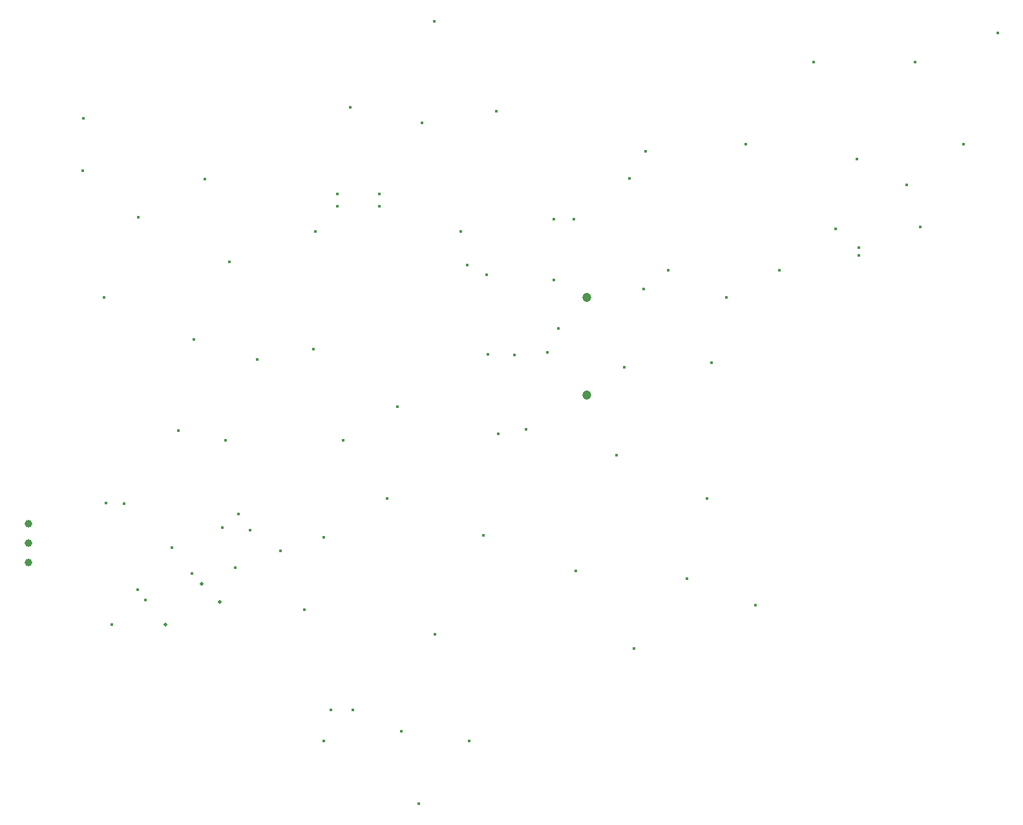
<source format=gbr>
%TF.GenerationSoftware,KiCad,Pcbnew,7.0.9*%
%TF.CreationDate,2024-02-03T11:30:07-06:00*%
%TF.ProjectId,bsidesPR,62736964-6573-4505-922e-6b696361645f,rev?*%
%TF.SameCoordinates,Original*%
%TF.FileFunction,Plated,1,2,PTH,Drill*%
%TF.FilePolarity,Positive*%
%FSLAX46Y46*%
G04 Gerber Fmt 4.6, Leading zero omitted, Abs format (unit mm)*
G04 Created by KiCad (PCBNEW 7.0.9) date 2024-02-03 11:30:07*
%MOMM*%
%LPD*%
G01*
G04 APERTURE LIST*
%TA.AperFunction,ViaDrill*%
%ADD10C,0.400000*%
%TD*%
%TA.AperFunction,ViaDrill*%
%ADD11C,0.500000*%
%TD*%
%TA.AperFunction,ComponentDrill*%
%ADD12C,1.000000*%
%TD*%
%TA.AperFunction,ComponentDrill*%
%ADD13C,1.200000*%
%TD*%
G04 APERTURE END LIST*
D10*
X90084572Y-69825101D03*
X90135372Y-62941701D03*
X92853172Y-86360501D03*
X93107172Y-113309901D03*
X93919972Y-129235701D03*
X95469372Y-113379901D03*
X97298172Y-124646421D03*
X97399772Y-75921101D03*
X98339572Y-126009901D03*
X101768572Y-119126501D03*
X102632172Y-103784901D03*
X104410172Y-122530101D03*
X104685000Y-91867729D03*
X106086572Y-70866501D03*
X108347172Y-116484901D03*
X108804372Y-105105701D03*
X109286972Y-81712301D03*
X110113072Y-121789901D03*
X110506172Y-114706901D03*
X112004772Y-116865901D03*
X112944572Y-94539301D03*
X116017972Y-119558301D03*
X119142172Y-127279901D03*
X120285172Y-93116901D03*
X120569144Y-77719929D03*
X121682172Y-117754901D03*
X121682172Y-144424901D03*
X122582172Y-140360901D03*
X123460172Y-72796901D03*
X123460172Y-74447901D03*
X124222172Y-105054901D03*
X125141144Y-61489329D03*
X125472172Y-140360901D03*
X128921172Y-72796901D03*
X128921172Y-74447901D03*
X129937172Y-112674901D03*
X131313344Y-100706929D03*
X131842172Y-143154901D03*
X134155073Y-152700729D03*
X134513744Y-63546729D03*
X136181000Y-50211729D03*
X136266344Y-130454901D03*
X139619144Y-77770729D03*
X140452772Y-82118701D03*
X140732172Y-144424901D03*
X142616344Y-117527802D03*
X143018172Y-83439501D03*
X143200544Y-93874329D03*
X144318144Y-62022729D03*
X144516772Y-104216701D03*
X146675772Y-93955101D03*
X148174372Y-103632501D03*
X150942972Y-93599501D03*
X151781172Y-76098901D03*
X151785744Y-84095329D03*
X152416172Y-90449901D03*
X154448172Y-76098901D03*
X154702172Y-122199901D03*
X160061572Y-107067574D03*
X161052172Y-95529901D03*
X161687172Y-70764901D03*
X162322172Y-132359901D03*
X163592172Y-85242901D03*
X163846172Y-67208901D03*
X166767172Y-82829901D03*
X169286344Y-123242802D03*
X171847172Y-112674901D03*
X172482172Y-94894901D03*
X174424172Y-86385901D03*
X176927172Y-66319901D03*
X178197172Y-126644901D03*
X181372172Y-82829901D03*
X185817172Y-55524901D03*
X188738172Y-77368901D03*
X191532172Y-68224901D03*
X191735873Y-79883000D03*
X191764662Y-80882088D03*
X198067000Y-71653901D03*
X199152172Y-55524901D03*
X199787172Y-77114901D03*
X205502172Y-66319901D03*
X209947172Y-51714901D03*
D11*
X100927500Y-129261101D03*
X105680172Y-123850901D03*
X108004272Y-126251201D03*
D12*
%TO.C,J3*%
X82947172Y-115976901D03*
X82947172Y-118516901D03*
X82947172Y-121056901D03*
D13*
%TO.C,BT1*%
X156113000Y-86360000D03*
X156113000Y-99160000D03*
M02*

</source>
